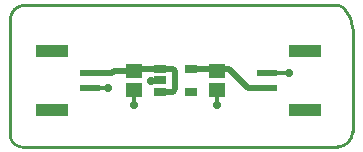
<source format=gbr>
%TF.GenerationSoftware,Altium Limited,Altium Designer,25.8.1 (18)*%
G04 Layer_Physical_Order=1*
G04 Layer_Color=255*
%FSLAX45Y45*%
%MOMM*%
%TF.SameCoordinates,4152F094-1ACA-4120-A70E-F31CC435705F*%
%TF.FilePolarity,Positive*%
%TF.FileFunction,Copper,L1,Top,Signal*%
%TF.Part,Single*%
G01*
G75*
%TA.AperFunction,NonConductor*%
%ADD10C,0.25400*%
%TA.AperFunction,SMDPad,CuDef*%
%ADD11R,1.70000X0.60000*%
%ADD12R,2.70000X1.00000*%
%ADD13R,1.45000X1.25000*%
%ADD14R,1.00000X0.66000*%
%TA.AperFunction,Conductor*%
%ADD15C,0.30000*%
%ADD16C,0.50000*%
%TA.AperFunction,ViaPad*%
%ADD17C,0.70000*%
D10*
X0Y36500D02*
G03*
X100000Y-63500I100000J0D01*
G01*
X127000Y1136500D02*
G03*
X0Y1009500I0J-127000D01*
G01*
X2900000Y936500D02*
G03*
X2829289Y1107211I-241422J0D01*
G01*
D02*
G03*
X2758579Y1136500I-70711J-70711D01*
G01*
X2773000Y-63500D02*
G03*
X2900000Y63500I0J127000D01*
G01*
X0Y36500D02*
Y1009500D01*
X100000Y-63500D02*
X2700000D01*
X2900000Y63500D02*
Y936500D01*
X2700000Y-63500D02*
X2773000D01*
X127000Y1136500D02*
X2758579D01*
D11*
X677500Y437500D02*
D03*
Y562500D02*
D03*
X2172500D02*
D03*
Y437500D02*
D03*
D12*
X357500Y252500D02*
D03*
Y747500D02*
D03*
X2492500D02*
D03*
Y252500D02*
D03*
D13*
X1754331Y582500D02*
D03*
Y417500D02*
D03*
X1050000D02*
D03*
Y582500D02*
D03*
D14*
X1530000Y595000D02*
D03*
Y405000D02*
D03*
X1270000D02*
D03*
Y500000D02*
D03*
Y595000D02*
D03*
D15*
X1192819Y497556D02*
X1267556D01*
X1270000Y500000D01*
X2356653Y562500D02*
X2356880Y562273D01*
X2172500Y562500D02*
X2356653D01*
X1753985Y294038D02*
X1754331Y294384D01*
Y417500D01*
X1050000Y287468D02*
Y417500D01*
X826252Y437500D02*
X826654Y437098D01*
X677500Y437500D02*
X826252D01*
D16*
X1270000Y405000D02*
X1382426D01*
X1400000Y422574D01*
Y577426D01*
X1270000Y595000D02*
X1382426D01*
X1400000Y577426D01*
X1062500Y595000D02*
X1270000D01*
X1768616Y594047D02*
X1854257D01*
X2011038Y437267D02*
X2172267D01*
X1767247Y595416D02*
X1768616Y594047D01*
X1854257D02*
X2011038Y437267D01*
X1754331Y582500D02*
X1767247Y595416D01*
X1530000Y595000D02*
X1741831D01*
X1050000Y582500D02*
X1062500Y595000D01*
X882500Y582500D02*
X1050000D01*
X862500Y562500D02*
X882500Y582500D01*
X677500Y562500D02*
X862500D01*
D17*
X1050000Y287468D02*
D03*
X1192819Y497556D02*
D03*
X2356880Y562273D02*
D03*
X1754331Y294384D02*
D03*
X826252Y437500D02*
D03*
%TF.MD5,e86fffac92c034097d2aedcde0c2b360*%
M02*

</source>
